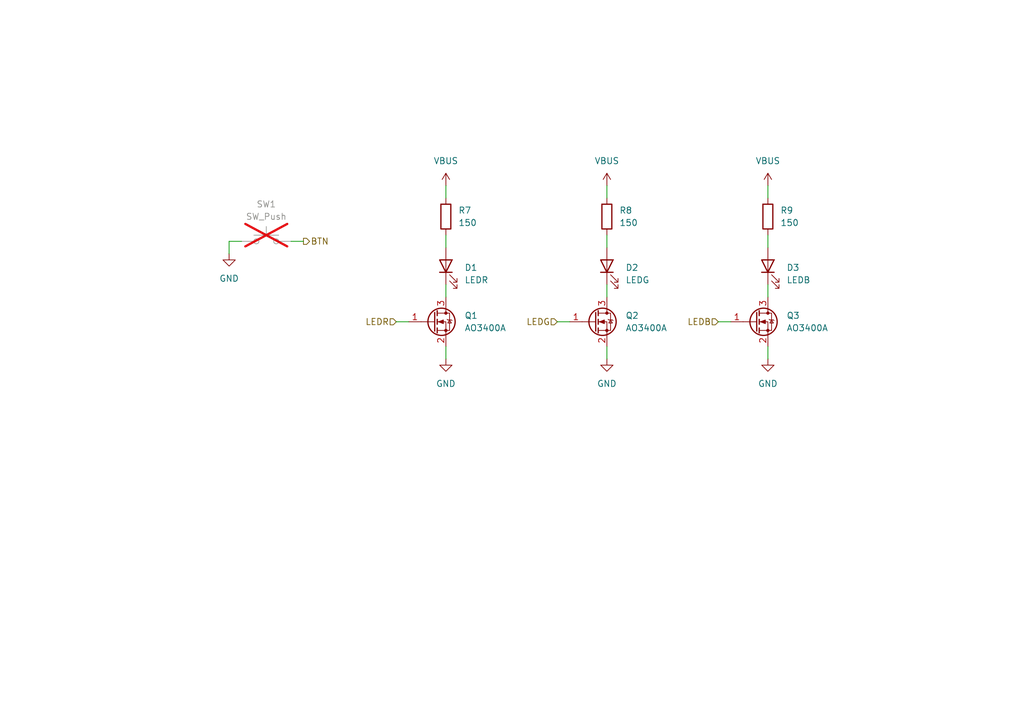
<source format=kicad_sch>
(kicad_sch (version 20231120) (generator "eeschema") (generator_version "8.0")
  (paper "A5")
  (lib_symbols
    (symbol "Device:LED" (pin_numbers hide) (pin_names (offset 1.016) hide)
      (property "Reference" "D" (at 0 2.54 0))
      (property "Value" "LED" (at 0 -2.54 0))
      (symbol "LED_0_1"
        (polyline (pts (xy -1.27 -1.27) (xy -1.27 1.27)) (stroke (width 0.254)))
        (polyline (pts (xy -1.27 0) (xy 1.27 0)))
        (polyline (pts (xy 1.27 -1.27) (xy 1.27 1.27) (xy -1.27 0) (xy 1.27 -1.27)) (stroke (width 0.254)))
        (polyline (pts (xy -3.048 -0.762) (xy -4.572 -2.286) (xy -3.81 -2.286) (xy -4.572 -2.286) (xy -4.572 -1.524)))
        (polyline (pts (xy -1.778 -0.762) (xy -3.302 -2.286) (xy -2.54 -2.286) (xy -3.302 -2.286) (xy -3.302 -1.524)))
      )
      (symbol "LED_1_1"
        (pin passive line (at -3.81 0 0) (length 2.54) (name "K") (number "1"))
        (pin passive line (at 3.81 0 180) (length 2.54) (name "A") (number "2"))
      )
    )
    (symbol "Device:R" (pin_numbers hide) (pin_names (offset 0))
      (property "Reference" "R" (at 2.032 0 90))
      (property "Value" "R" (at 0 0 90))
      (symbol "R_0_1"
        (rectangle (start -1.016 -2.54) (end 1.016 2.54) (stroke (width 0.254)))
      )
      (symbol "R_1_1"
        (pin passive line (at 0 3.81 270) (length 1.27) (name "~") (number "1"))
        (pin passive line (at 0 -3.81 90) (length 1.27) (name "~") (number "2"))
      )
    )
    (symbol "GND_1" (power) (pin_numbers hide) (pin_names (offset 0) hide)
      (property "Value" "GND" (at 0 -3.81 0))
      (symbol "GND_1_0_1"
        (polyline (pts (xy 0 0) (xy 0 -1.27) (xy 1.27 -1.27) (xy 0 -2.54) (xy -1.27 -1.27) (xy 0 -1.27)))
      )
      (symbol "GND_1_1_1"
        (pin power_in line (at 0 0 270) (length 0) (name "~") (number "1"))
      )
    )
    (symbol "Switch:SW_Push" (pin_numbers hide) (pin_names (offset 1.016) hide)
      (property "Reference" "SW" (at 1.27 2.54 0))
      (property "Value" "SW_Push" (at 0 -1.524 0))
      (symbol "SW_Push_0_1"
        (circle (center -2.032 0) (radius 0.508))
        (polyline (pts (xy 0 1.27) (xy 0 3.048)))
        (polyline (pts (xy 2.54 1.27) (xy -2.54 1.27)))
        (circle (center 2.032 0) (radius 0.508))
        (pin passive line (at -5.08 0 0) (length 2.54) (name "1") (number "1"))
        (pin passive line (at 5.08 0 180) (length 2.54) (name "2") (number "2"))
      )
    )
    (symbol "Transistor_FET:AO3400A" (pin_names hide)
      (property "Reference" "Q" (at 5.08 1.905 0))
      (property "Value" "AO3400A" (at 5.08 0 0))
      (symbol "AO3400A_0_1"
        (polyline (pts (xy 0.254 0) (xy -2.54 0)))
        (polyline (pts (xy 0.254 1.905) (xy 0.254 -1.905)) (stroke (width 0.254)))
        (polyline (pts (xy 0.762 -1.27) (xy 0.762 -2.286)) (stroke (width 0.254)))
        (polyline (pts (xy 0.762 0.508) (xy 0.762 -0.508)) (stroke (width 0.254)))
        (polyline (pts (xy 0.762 2.286) (xy 0.762 1.27)) (stroke (width 0.254)))
        (polyline (pts (xy 2.54 2.54) (xy 2.54 1.778)))
        (polyline (pts (xy 2.54 -2.54) (xy 2.54 0) (xy 0.762 0)))
        (polyline (pts (xy 0.762 -1.778) (xy 3.302 -1.778) (xy 3.302 1.778) (xy 0.762 1.778)))
        (polyline (pts (xy 1.016 0) (xy 2.032 0.381) (xy 2.032 -0.381) (xy 1.016 0)) (fill (type outline)))
        (polyline (pts (xy 2.794 0.508) (xy 2.921 0.381) (xy 3.683 0.381) (xy 3.81 0.254)))
        (polyline (pts (xy 3.302 0.381) (xy 2.921 -0.254) (xy 3.683 -0.254) (xy 3.302 0.381)))
        (circle (center 1.651 0) (radius 2.794) (stroke (width 0.254)))
        (circle (center 2.54 -1.778) (radius 0.254) (fill (type outline)))
        (circle (center 2.54 1.778) (radius 0.254) (fill (type outline)))
      )
      (symbol "AO3400A_1_1"
        (pin input line (at -5.08 0 0) (length 2.54) (name "G") (number "1"))
        (pin passive line (at 2.54 -5.08 90) (length 2.54) (name "S") (number "2"))
        (pin passive line (at 2.54 5.08 270) (length 2.54) (name "D") (number "3"))
      )
    )
    (symbol "power:VBUS" (power) (pin_numbers hide) (pin_names (offset 0) hide)
      (property "Value" "VBUS" (at 0 3.556 0))
      (symbol "VBUS_0_1"
        (polyline (pts (xy -0.762 1.27) (xy 0 2.54)))
        (polyline (pts (xy 0 0) (xy 0 2.54)))
        (polyline (pts (xy 0 2.54) (xy 0.762 1.27)))
      )
      (symbol "VBUS_1_1"
        (pin power_in line (at 0 0 90) (length 0) (name "~") (number "1"))
      )
    )
  )
  (wire (pts (xy 91.44 58.42) (xy 91.44 60.96)))
  (wire (pts (xy 157.48 38.1) (xy 157.48 40.64)))
  (wire (pts (xy 147.32 66.04) (xy 149.86 66.04)))
  (wire (pts (xy 46.99 52.07) (xy 46.99 49.53)))
  (wire (pts (xy 157.48 58.42) (xy 157.48 60.96)))
  (wire (pts (xy 124.46 58.42) (xy 124.46 60.96)))
  (wire (pts (xy 114.3 66.04) (xy 116.84 66.04)))
  (wire (pts (xy 124.46 48.26) (xy 124.46 50.8)))
  (wire (pts (xy 91.44 48.26) (xy 91.44 50.8)))
  (wire (pts (xy 91.44 71.12) (xy 91.44 73.66)))
  (wire (pts (xy 91.44 38.1) (xy 91.44 40.64)))
  (wire (pts (xy 124.46 38.1) (xy 124.46 40.64)))
  (wire (pts (xy 157.48 48.26) (xy 157.48 50.8)))
  (wire (pts (xy 124.46 71.12) (xy 124.46 73.66)))
  (wire (pts (xy 157.48 71.12) (xy 157.48 73.66)))
  (wire (pts (xy 46.99 49.53) (xy 49.53 49.53)))
  (wire (pts (xy 62.23 49.53) (xy 59.69 49.53)))
  (wire (pts (xy 81.28 66.04) (xy 83.82 66.04)))
  (hierarchical_label "BTN" (shape output) (at 62.23 49.53 0))
  (hierarchical_label "LEDG" (shape input) (at 114.3 66.04 180))
  (hierarchical_label "LEDR" (shape input) (at 81.28 66.04 180))
  (hierarchical_label "LEDB" (shape input) (at 147.32 66.04 180))
  (symbol (lib_id "power:VBUS") (at 124.46 38.1 0) (unit 1)
    (property "Reference" "#PWR030" (effects (hide yes)))
    (property "Value" "VBUS" (at 124.46 33.02 0))
    (property "Description" "Power symbol creates a global label with name \"VBUS\"" (effects (hide yes)))
    (instances (project "switch-panel" (path "" (reference "#PWR030") (unit 1)) (path "" (reference "#PWR037") (unit 1)) (path "" (reference "#PWR044") (unit 1))))
  )
  (symbol (lib_id "Device:LED") (at 124.46 54.61 90) (unit 1)
    (property "Reference" "D2" (at 128.27 54.9274 90) (effects (justify right)))
    (property "Value" "LEDG" (at 128.27 57.4674 90) (effects (justify right)))
    (property "Footprint" "LED_SMD:LED_0805_2012Metric" (effects (hide yes)))
    (property "Description" "Light emitting diode" (effects (hide yes)))
    (property "LCSC" "C2297" (effects (hide yes)))
    (instances (project "switch-panel" (path "" (reference "D2") (unit 1)) (path "" (reference "D5") (unit 1)) (path "" (reference "D8") (unit 1))))
  )
  (symbol (lib_id "Device:LED") (at 157.48 54.61 90) (unit 1)
    (property "Reference" "D3" (at 161.29 54.9274 90) (effects (justify right)))
    (property "Value" "LEDB" (at 161.29 57.4674 90) (effects (justify right)))
    (property "Footprint" "LED_SMD:LED_0805_2012Metric" (effects (hide yes)))
    (property "Description" "Light emitting diode" (effects (hide yes)))
    (property "LCSC" "C2985984" (effects (hide yes)))
    (instances (project "switch-panel" (path "" (reference "D3") (unit 1)) (path "" (reference "D6") (unit 1)) (path "" (reference "D9") (unit 1))))
  )
  (symbol (lib_id "Transistor_FET:AO3400A") (at 88.9 66.04 0) (unit 1)
    (property "Reference" "Q1" (at 95.25 64.7699 0) (effects (justify left)))
    (property "Value" "AO3400A" (at 95.25 67.3099 0) (effects (justify left)))
    (property "Footprint" "Package_TO_SOT_SMD:SOT-23" (effects (hide yes)))
    (property "Datasheet" "http://www.aosmd.com/pdfs/datasheet/AO3400A.pdf" (effects (hide yes)))
    (property "Description" "30V Vds, 5.7A Id, N-Channel MOSFET, SOT-23" (effects (hide yes)))
    (property "LCSC" "C20917" (effects (hide yes)))
    (instances (project "switch-panel" (path "" (reference "Q1") (unit 1)) (path "" (reference "Q4") (unit 1)) (path "" (reference "Q7") (unit 1))))
  )
  (symbol (lib_name "GND_1") (lib_id "power:GND") (at 91.44 73.66 0) (unit 1)
    (property "Reference" "#PWR033" (effects (hide yes)))
    (property "Value" "GND" (at 91.44 78.74 0))
    (property "Description" "Power symbol creates a global label with name \"GND\" , ground" (effects (hide yes)))
    (instances (project "switch-panel" (path "" (reference "#PWR033") (unit 1)) (path "" (reference "#PWR040") (unit 1)) (path "" (reference "#PWR047") (unit 1))))
  )
  (symbol (lib_name "GND_1") (lib_id "power:GND") (at 157.48 73.66 0) (unit 1)
    (property "Reference" "#PWR035" (effects (hide yes)))
    (property "Value" "GND" (at 157.48 78.74 0))
    (property "Description" "Power symbol creates a global label with name \"GND\" , ground" (effects (hide yes)))
    (instances (project "switch-panel" (path "" (reference "#PWR035") (unit 1)) (path "" (reference "#PWR042") (unit 1)) (path "" (reference "#PWR049") (unit 1))))
  )
  (symbol (lib_id "Device:R") (at 124.46 44.45 0) (unit 1)
    (property "Reference" "R8" (at 127 43.1799 0) (effects (justify left)))
    (property "Value" "150" (at 127 45.7199 0) (effects (justify left)))
    (property "Footprint" "Resistor_SMD:R_0603_1608Metric" (effects (hide yes)))
    (property "Description" "Resistor" (effects (hide yes)))
    (property "LCSC" "C22808" (effects (hide yes)))
    (instances (project "switch-panel" (path "" (reference "R8") (unit 1)) (path "" (reference "R11") (unit 1)) (path "" (reference "R14") (unit 1))))
  )
  (symbol (lib_id "Device:R") (at 157.48 44.45 0) (unit 1)
    (property "Reference" "R9" (at 160.02 43.1799 0) (effects (justify left)))
    (property "Value" "150" (at 160.02 45.7199 0) (effects (justify left)))
    (property "Footprint" "Resistor_SMD:R_0603_1608Metric" (effects (hide yes)))
    (property "Description" "Resistor" (effects (hide yes)))
    (property "LCSC" "C22808" (effects (hide yes)))
    (instances (project "switch-panel" (path "" (reference "R9") (unit 1)) (path "" (reference "R12") (unit 1)) (path "" (reference "R15") (unit 1))))
  )
  (symbol (lib_name "GND_1") (lib_id "power:GND") (at 46.99 52.07 0) (mirror y) (unit 1)
    (property "Reference" "#PWR032" (effects (hide yes)))
    (property "Value" "GND" (at 46.99 57.15 0))
    (property "Description" "Power symbol creates a global label with name \"GND\" , ground" (effects (hide yes)))
    (instances (project "switch-panel" (path "" (reference "#PWR032") (unit 1)) (path "" (reference "#PWR039") (unit 1)) (path "" (reference "#PWR046") (unit 1))))
  )
  (symbol (lib_id "Transistor_FET:AO3400A") (at 154.94 66.04 0) (unit 1)
    (property "Reference" "Q3" (at 161.29 64.7699 0) (effects (justify left)))
    (property "Value" "AO3400A" (at 161.29 67.3099 0) (effects (justify left)))
    (property "Footprint" "Package_TO_SOT_SMD:SOT-23" (effects (hide yes)))
    (property "Datasheet" "http://www.aosmd.com/pdfs/datasheet/AO3400A.pdf" (effects (hide yes)))
    (property "Description" "30V Vds, 5.7A Id, N-Channel MOSFET, SOT-23" (effects (hide yes)))
    (property "LCSC" "C20917" (effects (hide yes)))
    (instances (project "switch-panel" (path "" (reference "Q3") (unit 1)) (path "" (reference "Q6") (unit 1)) (path "" (reference "Q9") (unit 1))))
  )
  (symbol (lib_name "GND_1") (lib_id "power:GND") (at 124.46 73.66 0) (unit 1)
    (property "Reference" "#PWR034" (effects (hide yes)))
    (property "Value" "GND" (at 124.46 78.74 0))
    (property "Description" "Power symbol creates a global label with name \"GND\" , ground" (effects (hide yes)))
    (instances (project "switch-panel" (path "" (reference "#PWR034") (unit 1)) (path "" (reference "#PWR041") (unit 1)) (path "" (reference "#PWR048") (unit 1))))
  )
  (symbol (lib_id "power:VBUS") (at 91.44 38.1 0) (unit 1)
    (property "Reference" "#PWR029" (effects (hide yes)))
    (property "Value" "VBUS" (at 91.44 33.02 0))
    (property "Description" "Power symbol creates a global label with name \"VBUS\"" (effects (hide yes)))
    (instances (project "switch-panel" (path "" (reference "#PWR029") (unit 1)) (path "" (reference "#PWR036") (unit 1)) (path "" (reference "#PWR043") (unit 1))))
  )
  (symbol (lib_id "Device:LED") (at 91.44 54.61 90) (unit 1)
    (property "Reference" "D1" (at 95.25 54.9274 90) (effects (justify right)))
    (property "Value" "LEDR" (at 95.25 57.4674 90) (effects (justify right)))
    (property "Footprint" "LED_SMD:LED_0805_2012Metric" (effects (hide yes)))
    (property "Description" "Light emitting diode" (effects (hide yes)))
    (property "LCSC" "C84256" (effects (hide yes)))
    (instances (project "switch-panel" (path "" (reference "D1") (unit 1)) (path "" (reference "D4") (unit 1)) (path "" (reference "D7") (unit 1))))
  )
  (symbol (lib_id "Transistor_FET:AO3400A") (at 121.92 66.04 0) (unit 1)
    (property "Reference" "Q2" (at 128.27 64.7699 0) (effects (justify left)))
    (property "Value" "AO3400A" (at 128.27 67.3099 0) (effects (justify left)))
    (property "Footprint" "Package_TO_SOT_SMD:SOT-23" (effects (hide yes)))
    (property "Datasheet" "http://www.aosmd.com/pdfs/datasheet/AO3400A.pdf" (effects (hide yes)))
    (property "Description" "30V Vds, 5.7A Id, N-Channel MOSFET, SOT-23" (effects (hide yes)))
    (property "LCSC" "C20917" (effects (hide yes)))
    (instances (project "switch-panel" (path "" (reference "Q2") (unit 1)) (path "" (reference "Q5") (unit 1)) (path "" (reference "Q8") (unit 1))))
  )
  (symbol (lib_id "Switch:SW_Push") (at 54.61 49.53 0) (unit 1) (dnp yes)
    (property "Reference" "SW1" (at 54.61 41.91 0))
    (property "Value" "SW_Push" (at 54.61 44.45 0))
    (property "Footprint" "Button_Switch_Keyboard:SW_Cherry_MX_1.00u_PCB" (effects (hide yes)))
    (property "Description" "Push button switch, generic, two pins" (effects (hide yes)))
    (instances (project "switch-panel" (path "" (reference "SW1") (unit 1)) (path "" (reference "SW2") (unit 1)) (path "" (reference "SW3") (unit 1))))
  )
  (symbol (lib_id "power:VBUS") (at 157.48 38.1 0) (unit 1)
    (property "Reference" "#PWR031" (effects (hide yes)))
    (property "Value" "VBUS" (at 157.48 33.02 0))
    (property "Description" "Power symbol creates a global label with name \"VBUS\"" (effects (hide yes)))
    (instances (project "switch-panel" (path "" (reference "#PWR031") (unit 1)) (path "" (reference "#PWR038") (unit 1)) (path "" (reference "#PWR045") (unit 1))))
  )
  (symbol (lib_id "Device:R") (at 91.44 44.45 0) (unit 1)
    (property "Reference" "R7" (at 93.98 43.1799 0) (effects (justify left)))
    (property "Value" "150" (at 93.98 45.7199 0) (effects (justify left)))
    (property "Footprint" "Resistor_SMD:R_0603_1608Metric" (effects (hide yes)))
    (property "Description" "Resistor" (effects (hide yes)))
    (property "LCSC" "C22808" (effects (hide yes)))
    (instances (project "switch-panel" (path "" (reference "R7") (unit 1)) (path "" (reference "R10") (unit 1)) (path "" (reference "R13") (unit 1))))
  )
)
</source>
